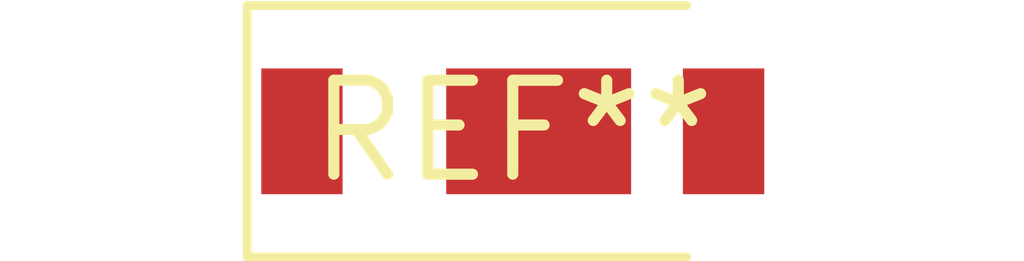
<source format=kicad_pcb>
(kicad_pcb (version 20240108) (generator pcbnew)
  (layers (0 "F.Cu" signal) (31 "B.Cu" signal) (34 "B.Paste" user) (35 "F.Paste" user) (36 "B.SilkS" user "B.Silkscreen") (37 "F.SilkS" user "F.Silkscreen") (38 "B.Mask" user) (39 "F.Mask" user) (44 "Edge.Cuts" user))
  (net 0 "")
  (footprint "LED_Yuji_5730" (layer "F.Cu") (at 0 0)
    (property "Reference" "REF**")
    (property "Value" "LED_Yuji_5730")
    (fp_line (start -3.59 -1.7) (end 2.35 -1.7) (layer "F.SilkS") (stroke (width 0.12)))
    (fp_line (start -3.59 1.7) (end -3.59 -1.7) (layer "F.SilkS") (stroke (width 0.12)))
    (fp_line (start 2.35 1.7) (end -3.59 1.7) (layer "F.SilkS") (stroke (width 0.12)))
    (pad "1" smd rect (at -2.85 0) (size 1.1 1.7) (layers "F.Cu" "F.Paste" "F.Mask"))
    (pad "2" smd rect (at 0.35 0) (size 2.5 1.7) (layers "F.Cu" "F.Paste" "F.Mask"))
    (pad "2" smd rect (at 2.85 0) (size 1.1 1.7) (layers "F.Cu" "F.Paste" "F.Mask"))
  )
)
</source>
